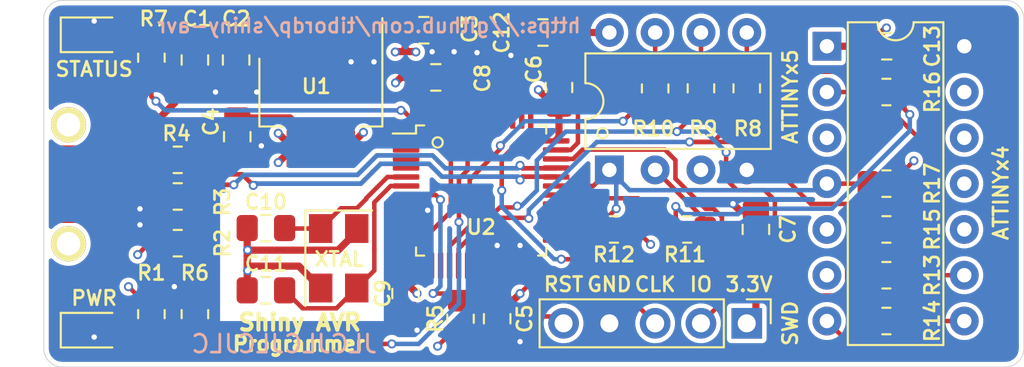
<source format=kicad_pcb>
(kicad_pcb (version 20171130) (host pcbnew "(5.1.8-0-10_14)")
  (title_block (title "Shiny AVR Programmer") (date 2021-01-13) (company "Tibor Djurica Potpara"))
  (layers (0 F.Cu signal) (1 In1.Cu signal) (2 In2.Cu signal) (31 B.Cu signal) (34 B.Paste user hide) (35 F.Paste user) (36 B.SilkS user) (37 F.SilkS user) (38 B.Mask user) (39 F.Mask user) (44 Edge.Cuts user))
  (net 0 "")
  (net 1 GND)
  (net 2 +5V)
  (net 3 +3V3)
  (net 4 USB+)
  (net 5 USB-)
  (net 6 ISP_RESET)
  (net 7 ISP_MOSI)
  (net 8 ISP_MISO)
  (net 9 ISP_CLK)
  (net 10 "Net-(D1-Pad2)")
  (net 11 SWD_CLK)
  (net 12 SWD_IO)
  (net 13 "Net-(R11-Pad2)")
  (net 14 /USB_CONN+)
  (net 15 /USB_CONN-)
  (net 16 SWD_NRST)
  (net 17 "Net-(D2-Pad2)")
  (net 18 EXT_CLOCK)
  (net 19 "Net-(R8-Pad2)")
  (net 20 "Net-(R9-Pad2)")
  (net 21 "Net-(R10-Pad2)")
  (net 22 "Net-(C10-Pad1)")
  (net 23 "Net-(C11-Pad1)")
  (net 24 "Net-(R6-Pad2)")
  (net 25 "Net-(R7-Pad1)")
  (net 26 "Net-(R13-Pad2)")
  (net 27 "Net-(R14-Pad2)")
  (net 28 "Net-(R15-Pad2)")
  (net 29 "Net-(R16-Pad2)")
  (module Package_DIP:DIP-14_W7.62mm (layer F.Cu) (at 173.482 99.06)
    (fp_text reference U4)
    (fp_text value ATtiny85-20PU)
    (pad 14 thru_hole oval (at 7.62 0) (size 1.6 1.6) (drill 0.8) (layers *.Cu *.Mask) (net 1 GND))
    (pad 7 thru_hole oval (at 0 15.24) (size 1.6 1.6) (drill 0.8) (layers *.Cu *.Mask) (net 28 "Net-(R15-Pad2)"))
    (pad 13 thru_hole oval (at 7.62 2.54) (size 1.6 1.6) (drill 0.8) (layers *.Cu *.Mask))
    (pad 6 thru_hole oval (at 0 12.7) (size 1.6 1.6) (drill 0.8) (layers *.Cu *.Mask))
    (pad 12 thru_hole oval (at 7.62 5.08) (size 1.6 1.6) (drill 0.8) (layers *.Cu *.Mask))
    (pad 5 thru_hole oval (at 0 10.16) (size 1.6 1.6) (drill 0.8) (layers *.Cu *.Mask))
    (pad 11 thru_hole oval (at 7.62 7.62) (size 1.6 1.6) (drill 0.8) (layers *.Cu *.Mask))
    (pad 4 thru_hole oval (at 0 7.62) (size 1.6 1.6) (drill 0.8) (layers *.Cu *.Mask) (net 6 ISP_RESET))
    (pad 10 thru_hole oval (at 7.62 10.16) (size 1.6 1.6) (drill 0.8) (layers *.Cu *.Mask))
    (pad 3 thru_hole oval (at 0 5.08) (size 1.6 1.6) (drill 0.8) (layers *.Cu *.Mask))
    (pad 9 thru_hole oval (at 7.62 12.7) (size 1.6 1.6) (drill 0.8) (layers *.Cu *.Mask) (net 26 "Net-(R13-Pad2)"))
    (pad 2 thru_hole oval (at 0 2.54) (size 1.6 1.6) (drill 0.8) (layers *.Cu *.Mask) (net 29 "Net-(R16-Pad2)"))
    (pad 8 thru_hole oval (at 7.62 15.24) (size 1.6 1.6) (drill 0.8) (layers *.Cu *.Mask) (net 27 "Net-(R14-Pad2)"))
    (pad 1 thru_hole rect (at 0 0) (size 1.6 1.6) (drill 0.8) (layers *.Cu *.Mask) (net 3 +3V3))
  )
  (module Resistor_SMD:R_0805_2012Metric_Pad1.20x1.40mm_HandSolder (layer F.Cu) (at 176.784 106.68 180)
    (fp_text reference R17 (at -2.54 0 90) (layer F.SilkS) (effects (font (size 0.8 0.8))))
    (fp_text value 10k)
    (pad 2 smd roundrect (at 1 0 180) (size 1.2 1.4) (layers F.Cu F.Paste F.Mask) (roundrect_rratio 0.208333) (net 6 ISP_RESET))
    (pad 1 smd roundrect (at -1 0 180) (size 1.2 1.4) (layers F.Cu F.Paste F.Mask) (roundrect_rratio 0.208333) (net 3 +3V3))
  )
  (module Resistor_SMD:R_0805_2012Metric_Pad1.20x1.40mm_HandSolder (layer F.Cu) (at 176.784 101.6 180)
    (fp_text reference R16 (at -2.54 0 90) (layer F.SilkS) (effects (font (size 0.8 0.8))))
    (fp_text value 1k)
    (pad 2 smd roundrect (at 1 0 180) (size 1.2 1.4) (layers F.Cu F.Paste F.Mask) (roundrect_rratio 0.208333) (net 29 "Net-(R16-Pad2)"))
    (pad 1 smd roundrect (at -1 0 180) (size 1.2 1.4) (layers F.Cu F.Paste F.Mask) (roundrect_rratio 0.208333) (net 18 EXT_CLOCK))
  )
  (module Resistor_SMD:R_0805_2012Metric_Pad1.20x1.40mm_HandSolder (layer F.Cu) (at 176.784 109.22 180)
    (fp_text reference R15 (at -2.54 0 90) (layer F.SilkS) (effects (font (size 0.8 0.8))))
    (fp_text value 1k)
    (pad 2 smd roundrect (at 1 0 180) (size 1.2 1.4) (layers F.Cu F.Paste F.Mask) (roundrect_rratio 0.208333) (net 28 "Net-(R15-Pad2)"))
    (pad 1 smd roundrect (at -1 0 180) (size 1.2 1.4) (layers F.Cu F.Paste F.Mask) (roundrect_rratio 0.208333) (net 7 ISP_MOSI))
  )
  (module Resistor_SMD:R_0805_2012Metric_Pad1.20x1.40mm_HandSolder (layer F.Cu) (at 176.784 114.3)
    (fp_text reference R14 (at 2.54 0 90) (layer F.SilkS) (effects (font (size 0.8 0.8))))
    (fp_text value 1k)
    (pad 2 smd roundrect (at 1 0) (size 1.2 1.4) (layers F.Cu F.Paste F.Mask) (roundrect_rratio 0.208333) (net 27 "Net-(R14-Pad2)"))
    (pad 1 smd roundrect (at -1 0) (size 1.2 1.4) (layers F.Cu F.Paste F.Mask) (roundrect_rratio 0.208333) (net 8 ISP_MISO))
  )
  (module Resistor_SMD:R_0805_2012Metric_Pad1.20x1.40mm_HandSolder (layer F.Cu) (at 176.784 111.76)
    (fp_text reference R13 (at 2.54 0 90) (layer F.SilkS) (effects (font (size 0.8 0.8))))
    (fp_text value 1k)
    (pad 2 smd roundrect (at 1 0) (size 1.2 1.4) (layers F.Cu F.Paste F.Mask) (roundrect_rratio 0.208333) (net 26 "Net-(R13-Pad2)"))
    (pad 1 smd roundrect (at -1 0) (size 1.2 1.4) (layers F.Cu F.Paste F.Mask) (roundrect_rratio 0.208333) (net 9 ISP_CLK))
  )
  (module Capacitor_SMD:C_0805_2012Metric_Pad1.18x1.45mm_HandSolder (layer F.Cu) (at 176.8055 99.06 180)
    (fp_text reference C13 (at -2.5185 0 90) (layer F.SilkS) (effects (font (size 0.8 0.8))))
    (fp_text value 100n)
    (pad 2 smd roundrect (at 1.0375 0 180) (size 1.175 1.45) (layers F.Cu F.Paste F.Mask) (roundrect_rratio 0.212766) (net 3 +3V3))
    (pad 1 smd roundrect (at -1.0375 0 180) (size 1.175 1.45) (layers F.Cu F.Paste F.Mask) (roundrect_rratio 0.212766) (net 1 GND))
  )
  (module Resistor_SMD:R_0805_2012Metric_Pad1.20x1.40mm_HandSolder (layer F.Cu) (at 138.43 113.919 270)
    (fp_text reference R6 (at -2.286 0 180) (layer F.SilkS) (effects (font (size 0.8 0.8))))
    (fp_text value 10k)
    (pad 2 smd roundrect (at 1 0 270) (size 1.2 1.4) (layers F.Cu F.Paste F.Mask) (roundrect_rratio 0.2083325) (net 24 "Net-(R6-Pad2)"))
    (pad 1 smd roundrect (at -1 0 270) (size 1.2 1.4) (layers F.Cu F.Paste F.Mask) (roundrect_rratio 0.2083325) (net 1 GND))
  )
  (module Package_TO_SOT_SMD:SOT-223-3_TabPin2 (layer F.Cu) (at 145.415 101.6 270)
    (fp_text reference U1 (at -0.3175 0.254 180) (layer F.SilkS) (effects (font (size 0.8 0.8))))
    (fp_text value AMS1117-3.3)
    (pad 1 smd rect (at -3.15 -2.3 270) (size 2 1.5) (layers F.Cu F.Paste F.Mask) (net 1 GND))
    (pad 3 smd rect (at -3.15 2.3 270) (size 2 1.5) (layers F.Cu F.Paste F.Mask) (net 2 +5V))
    (pad 2 smd rect (at -3.15 0 270) (size 2 1.5) (layers F.Cu F.Paste F.Mask) (net 3 +3V3))
    (pad 2 smd rect (at 3.15 0 270) (size 2 3.8) (layers F.Cu F.Paste F.Mask) (net 3 +3V3))
  )
  (module Crystal:Crystal_SMD_5032-4Pin_5.0x3.2mm (layer F.Cu) (at 146.4056 110.8202 270)
    (fp_text reference Y1)
    (fp_text value "8 MHz")
    (pad 4 smd rect (at -1.65 -1 270) (size 1.6 1.3) (layers F.Cu F.Paste F.Mask) (net 1 GND))
    (pad 3 smd rect (at 1.65 -1 270) (size 1.6 1.3) (layers F.Cu F.Paste F.Mask) (net 23 "Net-(C11-Pad1)"))
    (pad 2 smd rect (at 1.65 1 270) (size 1.6 1.3) (layers F.Cu F.Paste F.Mask) (net 1 GND))
    (pad 1 smd rect (at -1.65 1 270) (size 1.6 1.3) (layers F.Cu F.Paste F.Mask) (net 22 "Net-(C10-Pad1)"))
  )
  (module 10118193-0001LF:101181930001LF (layer F.Cu) (at 131.4946 106.7116 270)
    (fp_text reference J1)
    (fp_text value USB_B_Micro)
    (pad MP4 smd rect (at 3.2 -2.375) (size 1.4 1.6) (layers F.Cu F.Paste F.Mask))
    (pad MP3 smd rect (at 1.2 0.075) (size 1.6 1.9) (layers F.Cu F.Paste F.Mask))
    (pad MP2 smd rect (at -1.2 0.075) (size 1.6 1.9) (layers F.Cu F.Paste F.Mask))
    (pad MP1 smd rect (at -3.2 -2.375) (size 1.4 1.6) (layers F.Cu F.Paste F.Mask))
    (pad MH2 thru_hole circle (at 3.3 0.075) (size 1.95 1.95) (drill 1.3) (layers *.Cu *.Mask F.SilkS))
    (pad MH1 thru_hole circle (at -3.3 0.075) (size 1.95 1.95) (drill 1.3) (layers *.Cu *.Mask F.SilkS))
    (pad 5 smd rect (at 1.3 -2.6 270) (size 0.4 1.35) (layers F.Cu F.Paste F.Mask) (net 1 GND))
    (pad 4 smd rect (at 0.65 -2.6 270) (size 0.4 1.35) (layers F.Cu F.Paste F.Mask))
    (pad 3 smd rect (at 0 -2.6 270) (size 0.4 1.35) (layers F.Cu F.Paste F.Mask) (net 14 /USB_CONN+))
    (pad 2 smd rect (at -0.65 -2.6 270) (size 0.4 1.35) (layers F.Cu F.Paste F.Mask) (net 15 /USB_CONN-))
    (pad 1 smd rect (at -1.3 -2.6 270) (size 0.4 1.35) (layers F.Cu F.Paste F.Mask) (net 2 +5V))
  )
  (module Connector_PinHeader_2.54mm:PinHeader_1x05_P2.54mm_Vertical (layer F.Cu) (at 169.037 114.427 270)
    (fp_text reference J2 hide)
    (fp_text value SWD)
    (pad 1 thru_hole rect (at 0 0 270) (size 1.7 1.7) (drill 1) (layers *.Cu *.Mask) (net 3 +3V3))
    (pad 2 thru_hole oval (at 0 2.54 270) (size 1.7 1.7) (drill 1) (layers *.Cu *.Mask) (net 12 SWD_IO))
    (pad 3 thru_hole oval (at 0 5.08 270) (size 1.7 1.7) (drill 1) (layers *.Cu *.Mask) (net 11 SWD_CLK))
    (pad 4 thru_hole oval (at 0 7.62 270) (size 1.7 1.7) (drill 1) (layers *.Cu *.Mask) (net 1 GND))
    (pad 5 thru_hole oval (at 0 10.16 270) (size 1.7 1.7) (drill 1) (layers *.Cu *.Mask) (net 16 SWD_NRST))
  )
  (module Resistor_SMD:R_0805_2012Metric_Pad1.20x1.40mm_HandSolder (layer F.Cu) (at 165.735 109.22)
    (fp_text reference R11 (at -0.127 1.397) (layer F.SilkS) (effects (font (size 0.8 0.8))))
    (fp_text value 1k)
    (pad 2 smd roundrect (at 1 0) (size 1.2 1.4) (layers F.Cu F.Paste F.Mask) (roundrect_rratio 0.2083325) (net 13 "Net-(R11-Pad2)"))
    (pad 1 smd roundrect (at -1 0) (size 1.2 1.4) (layers F.Cu F.Paste F.Mask) (roundrect_rratio 0.2083325) (net 18 EXT_CLOCK))
  )
  (module Package_DIP:DIP-8_W7.62mm (layer F.Cu) (at 161.417 105.918 90)
    (fp_text reference U3)
    (fp_text value ATtiny85-20PU)
    (pad 8 thru_hole oval (at 7.62 0 90) (size 1.6 1.6) (drill 0.8) (layers *.Cu *.Mask) (net 3 +3V3))
    (pad 4 thru_hole oval (at 0 7.62 90) (size 1.6 1.6) (drill 0.8) (layers *.Cu *.Mask) (net 1 GND))
    (pad 7 thru_hole oval (at 7.62 2.54 90) (size 1.6 1.6) (drill 0.8) (layers *.Cu *.Mask) (net 21 "Net-(R10-Pad2)"))
    (pad 3 thru_hole oval (at 0 5.08 90) (size 1.6 1.6) (drill 0.8) (layers *.Cu *.Mask))
    (pad 6 thru_hole oval (at 7.62 5.08 90) (size 1.6 1.6) (drill 0.8) (layers *.Cu *.Mask) (net 20 "Net-(R9-Pad2)"))
    (pad 2 thru_hole oval (at 0 2.54 90) (size 1.6 1.6) (drill 0.8) (layers *.Cu *.Mask) (net 13 "Net-(R11-Pad2)"))
    (pad 5 thru_hole oval (at 7.62 7.62 90) (size 1.6 1.6) (drill 0.8) (layers *.Cu *.Mask) (net 19 "Net-(R8-Pad2)"))
    (pad 1 thru_hole rect (at 0 0 90) (size 1.6 1.6) (drill 0.8) (layers *.Cu *.Mask) (net 6 ISP_RESET))
  )
  (module Resistor_SMD:R_0805_2012Metric_Pad1.20x1.40mm_HandSolder (layer F.Cu) (at 136.017 113.919 270)
    (fp_text reference R1 (at -2.286 0 180) (layer F.SilkS) (effects (font (size 0.8 0.8))))
    (fp_text value 1k)
    (pad 2 smd roundrect (at 1 0 270) (size 1.2 1.4) (layers F.Cu F.Paste F.Mask) (roundrect_rratio 0.2083325) (net 10 "Net-(D1-Pad2)"))
    (pad 1 smd roundrect (at -1 0 270) (size 1.2 1.4) (layers F.Cu F.Paste F.Mask) (roundrect_rratio 0.2083325) (net 3 +3V3))
  )
  (module Resistor_SMD:R_0805_2012Metric_Pad1.20x1.40mm_HandSolder (layer F.Cu) (at 166.497 101.3935 90)
    (fp_text reference R9 (at -2.2385 0.127 180) (layer F.SilkS) (effects (font (size 0.8 0.8))))
    (fp_text value 1k)
    (pad 2 smd roundrect (at 1 0 90) (size 1.2 1.4) (layers F.Cu F.Paste F.Mask) (roundrect_rratio 0.2083325) (net 20 "Net-(R9-Pad2)"))
    (pad 1 smd roundrect (at -1 0 90) (size 1.2 1.4) (layers F.Cu F.Paste F.Mask) (roundrect_rratio 0.2083325) (net 8 ISP_MISO))
  )
  (module Resistor_SMD:R_0805_2012Metric_Pad1.20x1.40mm_HandSolder (layer F.Cu) (at 163.957 101.4 90)
    (fp_text reference R10 (at -2.232 -0.1) (layer F.SilkS) (effects (font (size 0.8 0.8))))
    (fp_text value 1k)
    (pad 2 smd roundrect (at 1 0 90) (size 1.2 1.4) (layers F.Cu F.Paste F.Mask) (roundrect_rratio 0.2083325) (net 21 "Net-(R10-Pad2)"))
    (pad 1 smd roundrect (at -1 0 90) (size 1.2 1.4) (layers F.Cu F.Paste F.Mask) (roundrect_rratio 0.2083325) (net 9 ISP_CLK))
  )
  (module Resistor_SMD:R_0805_2012Metric_Pad1.20x1.40mm_HandSolder (layer F.Cu) (at 169.037 101.3935 90)
    (fp_text reference R8 (at -2.2385 0.0635) (layer F.SilkS) (effects (font (size 0.8 0.8))))
    (fp_text value 1k)
    (pad 2 smd roundrect (at 1 0 90) (size 1.2 1.4) (layers F.Cu F.Paste F.Mask) (roundrect_rratio 0.2083325) (net 19 "Net-(R8-Pad2)"))
    (pad 1 smd roundrect (at -1 0 90) (size 1.2 1.4) (layers F.Cu F.Paste F.Mask) (roundrect_rratio 0.2083325) (net 7 ISP_MOSI))
  )
  (module Package_QFP:LQFP-48_7x7mm_P0.5mm (layer F.Cu) (at 154.305 107.061)
    (fp_text reference U2 (at 0 2.032) (layer F.SilkS) (effects (font (size 0.8 0.8))))
    (fp_text value STM32F103C6Tx)
    (pad 48 smd roundrect (at -2.75 -4.1625) (size 0.3 1.475) (layers F.Cu F.Paste F.Mask) (net 3 +3V3))
    (pad 47 smd roundrect (at -2.25 -4.1625) (size 0.3 1.475) (layers F.Cu F.Paste F.Mask) (net 1 GND))
    (pad 46 smd roundrect (at -1.75 -4.1625) (size 0.3 1.475) (layers F.Cu F.Paste F.Mask))
    (pad 45 smd roundrect (at -1.25 -4.1625) (size 0.3 1.475) (layers F.Cu F.Paste F.Mask))
    (pad 44 smd roundrect (at -0.75 -4.1625) (size 0.3 1.475) (layers F.Cu F.Paste F.Mask) (net 24 "Net-(R6-Pad2)"))
    (pad 43 smd roundrect (at -0.25 -4.1625) (size 0.3 1.475) (layers F.Cu F.Paste F.Mask))
    (pad 42 smd roundrect (at 0.25 -4.1625) (size 0.3 1.475) (layers F.Cu F.Paste F.Mask))
    (pad 41 smd roundrect (at 0.75 -4.1625) (size 0.3 1.475) (layers F.Cu F.Paste F.Mask))
    (pad 40 smd roundrect (at 1.25 -4.1625) (size 0.3 1.475) (layers F.Cu F.Paste F.Mask))
    (pad 39 smd roundrect (at 1.75 -4.1625) (size 0.3 1.475) (layers F.Cu F.Paste F.Mask))
    (pad 38 smd roundrect (at 2.25 -4.1625) (size 0.3 1.475) (layers F.Cu F.Paste F.Mask))
    (pad 37 smd roundrect (at 2.75 -4.1625) (size 0.3 1.475) (layers F.Cu F.Paste F.Mask) (net 11 SWD_CLK))
    (pad 36 smd roundrect (at 4.1625 -2.75) (size 1.475 0.3) (layers F.Cu F.Paste F.Mask) (net 3 +3V3))
    (pad 35 smd roundrect (at 4.1625 -2.25) (size 1.475 0.3) (layers F.Cu F.Paste F.Mask) (net 1 GND))
    (pad 34 smd roundrect (at 4.1625 -1.75) (size 1.475 0.3) (layers F.Cu F.Paste F.Mask) (net 12 SWD_IO))
    (pad 33 smd roundrect (at 4.1625 -1.25) (size 1.475 0.3) (layers F.Cu F.Paste F.Mask) (net 4 USB+))
    (pad 32 smd roundrect (at 4.1625 -0.75) (size 1.475 0.3) (layers F.Cu F.Paste F.Mask) (net 5 USB-))
    (pad 31 smd roundrect (at 4.1625 -0.25) (size 1.475 0.3) (layers F.Cu F.Paste F.Mask) (net 6 ISP_RESET))
    (pad 30 smd roundrect (at 4.1625 0.25) (size 1.475 0.3) (layers F.Cu F.Paste F.Mask))
    (pad 29 smd roundrect (at 4.1625 0.75) (size 1.475 0.3) (layers F.Cu F.Paste F.Mask) (net 18 EXT_CLOCK))
    (pad 28 smd roundrect (at 4.1625 1.25) (size 1.475 0.3) (layers F.Cu F.Paste F.Mask))
    (pad 27 smd roundrect (at 4.1625 1.75) (size 1.475 0.3) (layers F.Cu F.Paste F.Mask))
    (pad 26 smd roundrect (at 4.1625 2.25) (size 1.475 0.3) (layers F.Cu F.Paste F.Mask))
    (pad 25 smd roundrect (at 4.1625 2.75) (size 1.475 0.3) (layers F.Cu F.Paste F.Mask))
    (pad 24 smd roundrect (at 2.75 4.1625) (size 0.3 1.475) (layers F.Cu F.Paste F.Mask) (net 3 +3V3))
    (pad 23 smd roundrect (at 2.25 4.1625) (size 0.3 1.475) (layers F.Cu F.Paste F.Mask) (net 1 GND))
    (pad 22 smd roundrect (at 1.75 4.1625) (size 0.3 1.475) (layers F.Cu F.Paste F.Mask))
    (pad 21 smd roundrect (at 1.25 4.1625) (size 0.3 1.475) (layers F.Cu F.Paste F.Mask))
    (pad 20 smd roundrect (at 0.75 4.1625) (size 0.3 1.475) (layers F.Cu F.Paste F.Mask) (net 1 GND))
    (pad 19 smd roundrect (at 0.25 4.1625) (size 0.3 1.475) (layers F.Cu F.Paste F.Mask))
    (pad 18 smd roundrect (at -0.25 4.1625) (size 0.3 1.475) (layers F.Cu F.Paste F.Mask))
    (pad 17 smd roundrect (at -0.75 4.1625) (size 0.3 1.475) (layers F.Cu F.Paste F.Mask) (net 7 ISP_MOSI))
    (pad 16 smd roundrect (at -1.25 4.1625) (size 0.3 1.475) (layers F.Cu F.Paste F.Mask) (net 8 ISP_MISO))
    (pad 15 smd roundrect (at -1.75 4.1625) (size 0.3 1.475) (layers F.Cu F.Paste F.Mask) (net 9 ISP_CLK))
    (pad 14 smd roundrect (at -2.25 4.1625) (size 0.3 1.475) (layers F.Cu F.Paste F.Mask))
    (pad 13 smd roundrect (at -2.75 4.1625) (size 0.3 1.475) (layers F.Cu F.Paste F.Mask))
    (pad 12 smd roundrect (at -4.1625 2.75) (size 1.475 0.3) (layers F.Cu F.Paste F.Mask))
    (pad 11 smd roundrect (at -4.1625 2.25) (size 1.475 0.3) (layers F.Cu F.Paste F.Mask) (net 25 "Net-(R7-Pad1)"))
    (pad 10 smd roundrect (at -4.1625 1.75) (size 1.475 0.3) (layers F.Cu F.Paste F.Mask))
    (pad 9 smd roundrect (at -4.1625 1.25) (size 1.475 0.3) (layers F.Cu F.Paste F.Mask) (net 3 +3V3))
    (pad 8 smd roundrect (at -4.1625 0.75) (size 1.475 0.3) (layers F.Cu F.Paste F.Mask) (net 1 GND))
    (pad 7 smd roundrect (at -4.1625 0.25) (size 1.475 0.3) (layers F.Cu F.Paste F.Mask) (net 16 SWD_NRST))
    (pad 6 smd roundrect (at -4.1625 -0.25) (size 1.475 0.3) (layers F.Cu F.Paste F.Mask) (net 23 "Net-(C11-Pad1)"))
    (pad 5 smd roundrect (at -4.1625 -0.75) (size 1.475 0.3) (layers F.Cu F.Paste F.Mask) (net 22 "Net-(C10-Pad1)"))
    (pad 4 smd roundrect (at -4.1625 -1.25) (size 1.475 0.3) (layers F.Cu F.Paste F.Mask))
    (pad 3 smd roundrect (at -4.1625 -1.75) (size 1.475 0.3) (layers F.Cu F.Paste F.Mask))
    (pad 2 smd roundrect (at -4.1625 -2.25) (size 1.475 0.3) (layers F.Cu F.Paste F.Mask))
    (pad 1 smd roundrect (at -4.1625 -2.75) (size 1.475 0.3) (layers F.Cu F.Paste F.Mask))
  )
  (module Capacitor_SMD:C_0805_2012Metric_Pad1.18x1.45mm_HandSolder (layer F.Cu) (at 138.43 99.822 270)
    (fp_text reference C1 (at -2.286 -0.127 180) (layer F.SilkS) (effects (font (size 0.8 0.8))))
    (fp_text value 4.7u)
    (pad 2 smd roundrect (at 1.0375 0 270) (size 1.175 1.45) (layers F.Cu F.Paste F.Mask) (roundrect_rratio 0.2127659574468085) (net 1 GND))
    (pad 1 smd roundrect (at -1.0375 0 270) (size 1.175 1.45) (layers F.Cu F.Paste F.Mask) (roundrect_rratio 0.2127659574468085) (net 2 +5V))
  )
  (module Resistor_SMD:R_0805_2012Metric_Pad1.20x1.40mm_HandSolder (layer F.Cu) (at 137.4775 107.3912)
    (fp_text reference R3 (at 2.4765 0.3048 270) (layer F.SilkS) (effects (font (size 0.8 0.8))))
    (fp_text value 20R)
    (pad 2 smd roundrect (at 1 0) (size 1.2 1.4) (layers F.Cu F.Paste F.Mask) (roundrect_rratio 0.2083325) (net 4 USB+))
    (pad 1 smd roundrect (at -1 0) (size 1.2 1.4) (layers F.Cu F.Paste F.Mask) (roundrect_rratio 0.2083325) (net 14 /USB_CONN+))
  )
  (module Resistor_SMD:R_0805_2012Metric_Pad1.20x1.40mm_HandSolder (layer F.Cu) (at 137.4775 105.3592)
    (fp_text reference R4 (at -0.0635 -1.4605) (layer F.SilkS) (effects (font (size 0.8 0.8))))
    (fp_text value 20R)
    (pad 2 smd roundrect (at 1 0) (size 1.2 1.4) (layers F.Cu F.Paste F.Mask) (roundrect_rratio 0.2083325) (net 5 USB-))
    (pad 1 smd roundrect (at -1 0) (size 1.2 1.4) (layers F.Cu F.Paste F.Mask) (roundrect_rratio 0.2083325) (net 15 /USB_CONN-))
  )
  (module Capacitor_SMD:C_0805_2012Metric_Pad1.18x1.45mm_HandSolder (layer F.Cu) (at 140.7795 104.0765 270)
    (fp_text reference C4 (at -0.8255 1.4605 90) (layer F.SilkS) (effects (font (size 0.8 0.8))))
    (fp_text value 4.7u)
    (pad 2 smd roundrect (at 1.0375 0 270) (size 1.175 1.45) (layers F.Cu F.Paste F.Mask) (roundrect_rratio 0.2127659574468085) (net 1 GND))
    (pad 1 smd roundrect (at -1.0375 0 270) (size 1.175 1.45) (layers F.Cu F.Paste F.Mask) (roundrect_rratio 0.2127659574468085) (net 3 +3V3))
  )
  (module Resistor_SMD:R_0805_2012Metric_Pad1.20x1.40mm_HandSolder (layer F.Cu) (at 136.017 99.695 90)
    (fp_text reference R7 (at 2.159 0.127 180) (layer F.SilkS) (effects (font (size 0.8 0.8))))
    (fp_text value 1k)
    (pad 2 smd roundrect (at 1 0 90) (size 1.2 1.4) (layers F.Cu F.Paste F.Mask) (roundrect_rratio 0.2083325) (net 17 "Net-(D2-Pad2)"))
    (pad 1 smd roundrect (at -1 0 90) (size 1.2 1.4) (layers F.Cu F.Paste F.Mask) (roundrect_rratio 0.2083325) (net 25 "Net-(R7-Pad1)"))
  )
  (module LED_SMD:LED_0805_2012Metric_Pad1.15x1.40mm_HandSolder (layer F.Cu) (at 132.851 114.808)
    (fp_text reference D1)
    (fp_text value PWR)
    (pad 2 smd roundrect (at 1.025 0) (size 1.15 1.4) (layers F.Cu F.Paste F.Mask) (roundrect_rratio 0.2173904347826087) (net 10 "Net-(D1-Pad2)"))
    (pad 1 smd roundrect (at -1.025 0) (size 1.15 1.4) (layers F.Cu F.Paste F.Mask) (roundrect_rratio 0.2173904347826087) (net 1 GND))
  )
  (module LED_SMD:LED_0805_2012Metric_Pad1.15x1.40mm_HandSolder (layer F.Cu) (at 132.851 98.425)
    (fp_text reference D2)
    (fp_text value STATUS)
    (pad 2 smd roundrect (at 1.025 0) (size 1.15 1.4) (layers F.Cu F.Paste F.Mask) (roundrect_rratio 0.2173904347826087) (net 17 "Net-(D2-Pad2)"))
    (pad 1 smd roundrect (at -1.025 0) (size 1.15 1.4) (layers F.Cu F.Paste F.Mask) (roundrect_rratio 0.2173904347826087) (net 1 GND))
  )
  (module Capacitor_SMD:C_0805_2012Metric_Pad1.18x1.45mm_HandSolder (layer F.Cu) (at 158.623 101.346 270)
    (fp_text reference C6 (at -1.016 1.397 270) (layer F.SilkS) (effects (font (size 0.8 0.8))))
    (fp_text value 100n)
    (pad 2 smd roundrect (at 1.0375 0 270) (size 1.175 1.45) (layers F.Cu F.Paste F.Mask) (roundrect_rratio 0.2127659574468085) (net 3 +3V3))
    (pad 1 smd roundrect (at -1.0375 0 270) (size 1.175 1.45) (layers F.Cu F.Paste F.Mask) (roundrect_rratio 0.2127659574468085) (net 1 GND))
  )
  (module Resistor_SMD:R_0805_2012Metric_Pad1.20x1.40mm_HandSolder (layer F.Cu) (at 161.671 109.22 180)
    (fp_text reference R12 (at 0 -1.397 180) (layer F.SilkS) (effects (font (size 0.8 0.8))))
    (fp_text value 10k)
    (pad 2 smd roundrect (at 1 0 180) (size 1.2 1.4) (layers F.Cu F.Paste F.Mask) (roundrect_rratio 0.2083325) (net 6 ISP_RESET))
    (pad 1 smd roundrect (at -1 0 180) (size 1.2 1.4) (layers F.Cu F.Paste F.Mask) (roundrect_rratio 0.2083325) (net 3 +3V3))
  )
  (module Capacitor_SMD:C_0805_2012Metric_Pad1.18x1.45mm_HandSolder (layer F.Cu) (at 157.734 98.298)
    (fp_text reference C12 (at -2.286 0 270) (layer F.SilkS) (effects (font (size 0.8 0.8))))
    (fp_text value 100n)
    (pad 2 smd roundrect (at 1.0375 0) (size 1.175 1.45) (layers F.Cu F.Paste F.Mask) (roundrect_rratio 0.2127659574468085) (net 3 +3V3))
    (pad 1 smd roundrect (at -1.0375 0) (size 1.175 1.45) (layers F.Cu F.Paste F.Mask) (roundrect_rratio 0.2127659574468085) (net 1 GND))
  )
  (module Resistor_SMD:R_0805_2012Metric_Pad1.20x1.40mm_HandSolder (layer F.Cu) (at 137.4775 109.982)
    (fp_text reference R2 (at 2.4765 0 270) (layer F.SilkS) (effects (font (size 0.8 0.8))))
    (fp_text value 1.5k)
    (pad 2 smd roundrect (at 1 0) (size 1.2 1.4) (layers F.Cu F.Paste F.Mask) (roundrect_rratio 0.2083325) (net 4 USB+))
    (pad 1 smd roundrect (at -1 0) (size 1.2 1.4) (layers F.Cu F.Paste F.Mask) (roundrect_rratio 0.2083325) (net 3 +3V3))
  )
  (module Resistor_SMD:R_0805_2012Metric_Pad1.20x1.40mm_HandSolder (layer F.Cu) (at 153.162 114.173 90)
    (fp_text reference R5 (at 0 -1.397 90) (layer F.SilkS) (effects (font (size 0.8 0.8))))
    (fp_text value 10k)
    (pad 2 smd roundrect (at 1 0 90) (size 1.2 1.4) (layers F.Cu F.Paste F.Mask) (roundrect_rratio 0.2083325) (net 16 SWD_NRST))
    (pad 1 smd roundrect (at -1 0 90) (size 1.2 1.4) (layers F.Cu F.Paste F.Mask) (roundrect_rratio 0.2083325) (net 3 +3V3))
  )
  (module Capacitor_SMD:C_0805_2012Metric_Pad1.18x1.45mm_HandSolder (layer F.Cu) (at 169.545 109.22 90)
    (fp_text reference C7 (at 0 1.778 270) (layer F.SilkS) (effects (font (size 0.8 0.8))))
    (fp_text value 100n)
    (pad 2 smd roundrect (at 1.0375 0 90) (size 1.175 1.45) (layers F.Cu F.Paste F.Mask) (roundrect_rratio 0.2127659574468085) (net 1 GND))
    (pad 1 smd roundrect (at -1.0375 0 90) (size 1.175 1.45) (layers F.Cu F.Paste F.Mask) (roundrect_rratio 0.2127659574468085) (net 3 +3V3))
  )
  (module Capacitor_SMD:C_0805_2012Metric_Pad1.18x1.45mm_HandSolder (layer F.Cu) (at 151.13 98.171)
    (fp_text reference C3 (at 2.54 -0.0762 90) (layer F.SilkS) (effects (font (size 0.8 0.8))))
    (fp_text value 100n)
    (pad 2 smd roundrect (at 1.0375 0) (size 1.175 1.45) (layers F.Cu F.Paste F.Mask) (roundrect_rratio 0.2127659574468085) (net 1 GND))
    (pad 1 smd roundrect (at -1.0375 0) (size 1.175 1.45) (layers F.Cu F.Paste F.Mask) (roundrect_rratio 0.2127659574468085) (net 3 +3V3))
  )
  (module Capacitor_SMD:C_0805_2012Metric_Pad1.18x1.45mm_HandSolder (layer F.Cu) (at 140.716 99.822 270)
    (fp_text reference C2 (at -2.286 0 180) (layer F.SilkS) (effects (font (size 0.8 0.8))))
    (fp_text value 100n)
    (pad 2 smd roundrect (at 1.0375 0 270) (size 1.175 1.45) (layers F.Cu F.Paste F.Mask) (roundrect_rratio 0.2127659574468085) (net 1 GND))
    (pad 1 smd roundrect (at -1.0375 0 270) (size 1.175 1.45) (layers F.Cu F.Paste F.Mask) (roundrect_rratio 0.2127659574468085) (net 2 +5V))
  )
  (module Capacitor_SMD:C_0805_2012Metric_Pad1.18x1.45mm_HandSolder (layer F.Cu) (at 150.114 112.776 90)
    (fp_text reference C9 (at 0 -1.27 270) (layer F.SilkS) (effects (font (size 0.8 0.8))))
    (fp_text value 100n)
    (pad 2 smd roundrect (at 1.0375 0 90) (size 1.175 1.45) (layers F.Cu F.Paste F.Mask) (roundrect_rratio 0.2127659574468085) (net 3 +3V3))
    (pad 1 smd roundrect (at -1.0375 0 90) (size 1.175 1.45) (layers F.Cu F.Paste F.Mask) (roundrect_rratio 0.2127659574468085) (net 1 GND))
  )
  (module Capacitor_SMD:C_0805_2012Metric_Pad1.18x1.45mm_HandSolder (layer F.Cu) (at 151.7904 100.7872 180)
    (fp_text reference C8 (at -2.5908 -0.0508 90) (layer F.SilkS) (effects (font (size 0.8 0.8))))
    (fp_text value 100n)
    (pad 2 smd roundrect (at 1.0375 0 180) (size 1.175 1.45) (layers F.Cu F.Paste F.Mask) (roundrect_rratio 0.2127659574468085) (net 3 +3V3))
    (pad 1 smd roundrect (at -1.0375 0 180) (size 1.175 1.45) (layers F.Cu F.Paste F.Mask) (roundrect_rratio 0.2127659574468085) (net 1 GND))
  )
  (module Capacitor_SMD:C_0805_2012Metric_Pad1.18x1.45mm_HandSolder (layer F.Cu) (at 155.194 114.173 90)
    (fp_text reference C5 (at 0 1.524 90) (layer F.SilkS) (effects (font (size 0.8 0.8))))
    (fp_text value 100n)
    (pad 2 smd roundrect (at 1.0375 0 90) (size 1.175 1.45) (layers F.Cu F.Paste F.Mask) (roundrect_rratio 0.2127659574468085) (net 3 +3V3))
    (pad 1 smd roundrect (at -1.0375 0 90) (size 1.175 1.45) (layers F.Cu F.Paste F.Mask) (roundrect_rratio 0.2127659574468085) (net 1 GND))
  )
  (module Capacitor_SMD:C_0805_2012Metric_Pad1.18x1.45mm_HandSolder (layer F.Cu) (at 142.367 112.5982 180)
    (fp_text reference C11 (at 0 1.4732) (layer F.SilkS) (effects (font (size 0.8 0.8))))
    (fp_text value 20p)
    (pad 2 smd roundrect (at 1.0375 0 180) (size 1.175 1.45) (layers F.Cu F.Paste F.Mask) (roundrect_rratio 0.2127659574468085) (net 1 GND))
    (pad 1 smd roundrect (at -1.0375 0 180) (size 1.175 1.45) (layers F.Cu F.Paste F.Mask) (roundrect_rratio 0.2127659574468085) (net 23 "Net-(C11-Pad1)"))
  )
  (module Capacitor_SMD:C_0805_2012Metric_Pad1.18x1.45mm_HandSolder (layer F.Cu) (at 142.367 109.1438 180)
    (fp_text reference C10 (at 0 1.4478) (layer F.SilkS) (effects (font (size 0.8 0.8))))
    (fp_text value 20p)
    (pad 2 smd roundrect (at 1.0375 0 180) (size 1.175 1.45) (layers F.Cu F.Paste F.Mask) (roundrect_rratio 0.2127659574468085) (net 1 GND))
    (pad 1 smd roundrect (at -1.0375 0 180) (size 1.175 1.45) (layers F.Cu F.Paste F.Mask) (roundrect_rratio 0.2127659574468085) (net 22 "Net-(C10-Pad1)"))
  )
  (gr_text ATTINYx5 (at 171.45 101.854 90) (layer F.SilkS) (effects (font (size 0.8 0.8))))
  (gr_text ATTINYx4 (at 183.134 107.188 90) (layer F.SilkS) (effects (font (size 0.8 0.8))))
  (gr_text Programmer (at 144.1958 115.57) (layer F.SilkS) (effects (font (size 0.8 0.8) (thickness 0.2))))
  (gr_text https://github.com/tibordp/shiny-avr (at 148.082 97.917) (layer B.SilkS) (effects (font (size 0.8 0.8)) (justify mirror)))
  (gr_text RST (at 158.877 112.268) (layer F.SilkS) (effects (font (size 0.8 0.8))))
  (gr_text XTAL (at 146.431 110.871) (layer F.SilkS) (effects (font (size 0.8 0.8))))
  (gr_text "Shiny AVR" (at 144.2466 114.3762) (layer F.SilkS) (effects (font (size 0.9 0.9) (thickness 0.225))))
  (gr_text STATUS (at 132.842 100.33) (layer F.SilkS) (effects (font (size 0.8 0.8))))
  (gr_text PWR (at 132.842 113.03) (layer F.SilkS) (effects (font (size 0.8 0.8))))
  (gr_text SWD (at 171.45 114.427 90) (layer F.SilkS) (effects (font (size 0.8 0.8))))
  (gr_text JLCJLCJLCJLC (at 143.383 115.57) (layer B.SilkS) (effects (font (size 1 1)) (justify mirror)))
  (gr_circle (center 161.036 103.886) (end 161.29 104.013) (layer F.SilkS) (width 0.12))
  (gr_circle (center 151.892 104.394) (end 152.146 104.521) (layer F.SilkS) (width 0.12))
  (gr_text 3.3V (at 169.164 112.268) (layer F.SilkS) (effects (font (size 0.8 0.8))))
  (gr_text IO (at 166.497 112.268) (layer F.SilkS) (effects (font (size 0.8 0.8))))
  (gr_text CLK (at 163.957 112.268) (layer F.SilkS) (effects (font (size 0.8 0.8))))
  (gr_text GND (at 161.417 112.268) (layer F.SilkS) (effects (font (size 0.8 0.8))))
  (gr_line (start 183.388 96.52) (end 131.064 96.52) (layer Edge.Cuts) (width 0.05))
  (gr_line (start 183.388 116.84) (end 131.064 116.84) (layer Edge.Cuts) (width 0.05))
  (gr_arc (start 183.388 97.536) (end 184.404 97.536) (angle -90) (layer Edge.Cuts) (width 0.05))
  (gr_line (start 184.404 115.824) (end 184.404 97.536) (layer Edge.Cuts) (width 0.05))
  (gr_arc (start 183.388 115.824) (end 183.388 116.84) (angle -90) (layer Edge.Cuts) (width 0.05))
  (gr_arc (start 131.064 115.824) (end 130.048 115.824) (angle -90) (layer Edge.Cuts) (width 0.05))
  (gr_line (start 130.048 97.536) (end 130.048 115.824) (layer Edge.Cuts) (width 0.05))
  (gr_arc (start 131.064 97.536) (end 131.064 96.52) (angle -90) (layer Edge.Cuts) (width 0.05))
  (via (at 141.859 101.6) (size 0.5) (drill 0.3) (layers F.Cu B.Cu) (net 1))
  (segment (start 141.2455 100.9865) (end 141.859 101.6) (width 0.4) (layer F.Cu) (net 1))
  (segment (start 140.589 100.9865) (end 141.2455 100.9865) (width 0.4) (layer F.Cu) (net 1))
  (via (at 139.573 101.6) (size 0.5) (drill 0.3) (layers F.Cu B.Cu) (net 1))
  (segment (start 138.9595 100.9865) (end 139.573 101.6) (width 0.4) (layer F.Cu) (net 1))
  (segment (start 138.43 100.9865) (end 138.9595 100.9865) (width 0.4) (layer F.Cu) (net 1))
  (via (at 150.749 114.808) (size 0.5) (drill 0.3) (layers F.Cu B.Cu) (net 1))
  (via (at 156.464 110.109) (size 0.5) (drill 0.3) (layers F.Cu B.Cu) (net 1))
  (segment (start 156.555 110.2) (end 156.464 110.109) (width 0.25) (layer F.Cu) (net 1))
  (segment (start 156.555 111.2235) (end 156.555 110.2) (width 0.25) (layer F.Cu) (net 1))
  (segment (start 155.055 110.248) (end 155.194 110.109) (width 0.25) (layer F.Cu) (net 1))
  (via (at 155.194 110.109) (size 0.5) (drill 0.3) (layers F.Cu B.Cu) (net 1))
  (segment (start 155.055 111.2235) (end 155.055 110.248) (width 0.25) (layer F.Cu) (net 1))
  (via (at 168.275 107.795001) (size 0.5) (drill 0.3) (layers F.Cu B.Cu) (net 1))
  (segment (start 168.662499 108.1825) (end 168.275 107.795001) (width 0.4) (layer F.Cu) (net 1))
  (segment (start 169.545 108.1825) (end 168.662499 108.1825) (width 0.4) (layer F.Cu) (net 1))
  (segment (start 159.67301 104.408692) (end 159.67301 101.35851) (width 0.25) (layer F.Cu) (net 1))
  (segment (start 159.270702 104.811) (end 159.67301 104.408692) (width 0.25) (layer F.Cu) (net 1))
  (segment (start 159.67301 101.35851) (end 158.623 100.3085) (width 0.25) (layer F.Cu) (net 1))
  (segment (start 158.4675 104.811) (end 159.270702 104.811) (width 0.25) (layer F.Cu) (net 1))
  (via (at 155.956 99.568) (size 0.5) (drill 0.3) (layers F.Cu B.Cu) (net 1))
  (segment (start 156.6965 98.8275) (end 155.956 99.568) (width 0.4) (layer F.Cu) (net 1))
  (segment (start 156.6965 98.298) (end 156.6965 98.8275) (width 0.4) (layer F.Cu) (net 1))
  (segment (start 158.623 100.2245) (end 156.6965 98.298) (width 0.4) (layer F.Cu) (net 1))
  (segment (start 158.623 100.3085) (end 158.623 100.2245) (width 0.4) (layer F.Cu) (net 1))
  (via (at 132.842 115.189) (size 0.5) (drill 0.3) (layers F.Cu B.Cu) (net 1))
  (via (at 132.842 97.663) (size 0.5) (drill 0.3) (layers F.Cu B.Cu) (net 1))
  (segment (start 132.08 98.425) (end 132.842 97.663) (width 0.25) (layer F.Cu) (net 1))
  (via (at 141.351 110.363) (size 0.5) (drill 0.3) (layers F.Cu B.Cu) (net 1))
  (segment (start 141.3295 110.3415) (end 141.351 110.363) (width 0.25) (layer F.Cu) (net 1))
  (segment (start 141.3295 109.1438) (end 141.3295 110.3415) (width 0.25) (layer F.Cu) (net 1))
  (via (at 141.351 111.506) (size 0.5) (drill 0.3) (layers F.Cu B.Cu) (net 1))
  (segment (start 141.3295 111.5275) (end 141.351 111.506) (width 0.25) (layer F.Cu) (net 1))
  (segment (start 141.3295 112.5982) (end 141.3295 111.5275) (width 0.25) (layer F.Cu) (net 1))
  (via (at 142.113 104.5845) (size 0.5) (drill 0.3) (layers F.Cu B.Cu) (net 1))
  (segment (start 141.5835 105.114) (end 142.113 104.5845) (width 0.4) (layer F.Cu) (net 1))
  (segment (start 140.7795 105.114) (end 141.5835 105.114) (width 0.4) (layer F.Cu) (net 1))
  (via (at 151.339414 108.159414) (size 0.5) (drill 0.3) (layers F.Cu B.Cu) (net 1))
  (segment (start 150.991 107.811) (end 151.339414 108.159414) (width 0.25) (layer F.Cu) (net 1))
  (segment (start 150.1425 107.811) (end 150.991 107.811) (width 0.25) (layer F.Cu) (net 1))
  (via (at 135.382 108.077) (size 0.5) (drill 0.3) (layers F.Cu B.Cu) (net 1))
  (segment (start 135.3166 108.0116) (end 135.382 108.077) (width 0.4) (layer F.Cu) (net 1))
  (segment (start 134.0946 108.0116) (end 135.3166 108.0116) (width 0.4) (layer F.Cu) (net 1))
  (via (at 135.382 108.966) (size 0.5) (drill 0.3) (layers F.Cu B.Cu) (net 1))
  (segment (start 134.0946 108.0116) (end 134.5546 108.0116) (width 0.4) (layer F.Cu) (net 1))
  (segment (start 134.4276 108.0116) (end 135.382 108.966) (width 0.4) (layer F.Cu) (net 1))
  (segment (start 134.0946 108.0116) (end 134.4276 108.0116) (width 0.4) (layer F.Cu) (net 1))
  (segment (start 150.114 114.173) (end 150.749 114.808) (width 0.4) (layer F.Cu) (net 1))
  (segment (start 150.114 113.8135) (end 150.114 114.173) (width 0.4) (layer F.Cu) (net 1))
  (via (at 156.464 115.443) (size 0.5) (drill 0.3) (layers F.Cu B.Cu) (net 1))
  (segment (start 156.2315 115.2105) (end 156.464 115.443) (width 0.4) (layer F.Cu) (net 1))
  (segment (start 155.194 115.2105) (end 156.2315 115.2105) (width 0.4) (layer F.Cu) (net 1))
  (segment (start 147.715 98.45) (end 147.715 99.2772) (width 0.4) (layer F.Cu) (net 1))
  (segment (start 147.715 99.2772) (end 148.3614 99.9236) (width 0.4) (layer F.Cu) (net 1))
  (segment (start 147.715 98.45) (end 147.715 99.3) (width 0.4) (layer F.Cu) (net 1))
  (segment (start 147.715 99.3) (end 147.0914 99.9236) (width 0.4) (layer F.Cu) (net 1))
  (via (at 147.0914 99.9236) (size 0.5) (drill 0.3) (layers F.Cu B.Cu) (net 1))
  (via (at 148.3614 99.9236) (size 0.5) (drill 0.3) (layers F.Cu B.Cu) (net 1))
  (segment (start 151.6165 99.3355) (end 151.5872 99.3648) (width 0.4) (layer F.Cu) (net 1))
  (segment (start 152.1675 99.3355) (end 151.6165 99.3355) (width 0.4) (layer F.Cu) (net 1))
  (via (at 151.5872 99.3648) (size 0.5) (drill 0.3) (layers F.Cu B.Cu) (net 1))
  (segment (start 152.1675 99.3355) (end 152.1675 98.171) (width 0.4) (layer F.Cu) (net 1))
  (via (at 152.8064 99.3648) (size 0.5) (drill 0.3) (layers F.Cu B.Cu) (net 1))
  (segment (start 152.7771 99.3355) (end 152.8064 99.3648) (width 0.4) (layer F.Cu) (net 1))
  (segment (start 152.1675 99.3355) (end 152.7771 99.3355) (width 0.4) (layer F.Cu) (net 1))
  (segment (start 152.055 101.5601) (end 152.055 102.8985) (width 0.25) (layer F.Cu) (net 1))
  (segment (start 152.8279 100.7872) (end 152.055 101.5601) (width 0.25) (layer F.Cu) (net 1))
  (via (at 154.0764 99.4156) (size 0.5) (drill 0.3) (layers F.Cu B.Cu) (net 1))
  (segment (start 152.8279 100.6641) (end 154.0764 99.4156) (width 0.4) (layer F.Cu) (net 1))
  (segment (start 152.8279 100.7872) (end 152.8279 100.6641) (width 0.4) (layer F.Cu) (net 1))
  (segment (start 141.351 110.363) (end 141.351 111.506) (width 0.25) (layer F.Cu) (net 1))
  (segment (start 145.4056 112.4702) (end 145.15819 112.4702) (width 0.25) (layer F.Cu) (net 1))
  (segment (start 141.3295 109.1438) (end 141.3295 112.5982) (width 0.4) (layer F.Cu) (net 1))
  (segment (start 141.358201 110.370201) (end 141.351 110.363) (width 0.4) (layer F.Cu) (net 1))
  (segment (start 146.375601 110.370201) (end 141.358201 110.370201) (width 0.4) (layer F.Cu) (net 1))
  (segment (start 147.4056 109.340202) (end 146.375601 110.370201) (width 0.4) (layer F.Cu) (net 1))
  (segment (start 147.4056 109.1702) (end 147.4056 109.340202) (width 0.4) (layer F.Cu) (net 1))
  (segment (start 141.600999 111.256001) (end 141.351 111.506) (width 0.4) (layer F.Cu) (net 1))
  (segment (start 144.191401 111.256001) (end 141.600999 111.256001) (width 0.4) (layer F.Cu) (net 1))
  (segment (start 145.4056 112.4702) (end 144.191401 111.256001) (width 0.4) (layer F.Cu) (net 1))
  (via (at 137.287 112.395) (size 0.5) (drill 0.3) (layers F.Cu B.Cu) (net 1))
  (segment (start 137.811 112.919) (end 137.287 112.395) (width 0.25) (layer F.Cu) (net 1))
  (segment (start 138.43 112.919) (end 137.811 112.919) (width 0.25) (layer F.Cu) (net 1))
  (segment (start 177.843 99.06) (end 181.102 99.06) (width 0.4) (layer F.Cu) (net 1))
  (segment (start 132.461 114.808) (end 132.842 115.189) (width 0.25) (layer F.Cu) (net 1))
  (segment (start 131.826 114.808) (end 132.461 114.808) (width 0.25) (layer F.Cu) (net 1))
  (segment (start 131.826 98.425) (end 132.08 98.425) (width 0.25) (layer F.Cu) (net 1))
  (segment (start 137.30499 99.90951) (end 138.43 98.7845) (width 0.4) (layer F.Cu) (net 2))
  (segment (start 137.30499 102.20121) (end 137.30499 99.90951) (width 0.4) (layer F.Cu) (net 2))
  (segment (start 134.0946 105.4116) (end 137.30499 102.20121) (width 0.4) (layer F.Cu) (net 2))
  (segment (start 138.43 98.7845) (end 140.589 98.7845) (width 0.4) (layer F.Cu) (net 2))
  (segment (start 142.7805 98.7845) (end 143.115 98.45) (width 0.4) (layer F.Cu) (net 2))
  (segment (start 140.589 98.7845) (end 142.7805 98.7845) (width 0.4) (layer F.Cu) (net 2))
  (via (at 163.703 110.05101) (size 0.5) (drill 0.3) (layers F.Cu B.Cu) (net 3))
  (segment (start 162.87199 109.22) (end 163.703 110.05101) (width 0.25) (layer F.Cu) (net 3))
  (segment (start 162.671 109.22) (end 162.87199 109.22) (width 0.25) (layer F.Cu) (net 3))
  (segment (start 158.623 102.3835) (end 158.623 104.10549) (width 0.4) (layer F.Cu) (net 3))
  (segment (start 158.7715 98.298) (end 161.417 98.298) (width 0.4) (layer F.Cu) (net 3))
  (via (at 157.48 101.473) (size 0.5) (drill 0.3) (layers F.Cu B.Cu) (net 3))
  (segment (start 158.3905 102.3835) (end 157.48 101.473) (width 0.4) (layer F.Cu) (net 3))
  (segment (start 158.623 102.3835) (end 158.3905 102.3835) (width 0.4) (layer F.Cu) (net 3))
  (via (at 150.749 112.776) (size 0.5) (drill 0.3) (layers F.Cu B.Cu) (net 3))
  (segment (start 150.1425 108.311) (end 149.339298 108.311) (width 0.25) (layer F.Cu) (net 3))
  (segment (start 149.339298 108.311) (end 149.04902 108.601278) (width 0.25) (layer F.Cu) (net 3))
  (segment (start 149.04902 108.601278) (end 149.04902 110.67352) (width 0.25) (layer F.Cu) (net 3))
  (segment (start 149.04902 110.67352) (end 150.114 111.7385) (width 0.25) (layer F.Cu) (net 3))
  (segment (start 169.545 113.919) (end 169.037 114.427) (width 0.4) (layer F.Cu) (net 3))
  (segment (start 169.545 110.2575) (end 169.545 113.919) (width 0.4) (layer F.Cu) (net 3))
  (segment (start 152.416 115.173) (end 151.892 115.697) (width 0.25) (layer F.Cu) (net 3))
  (via (at 151.892 115.697) (size 0.5) (drill 0.3) (layers F.Cu B.Cu) (net 3))
  (segment (start 153.162 115.173) (end 152.416 115.173) (width 0.25) (layer F.Cu) (net 3))
  (segment (start 150.114 112.141) (end 150.749 112.776) (width 0.4) (layer F.Cu) (net 3))
  (segment (start 150.114 111.7385) (end 150.114 112.141) (width 0.4) (layer F.Cu) (net 3))
  (segment (start 156.1045 113.1355) (end 156.464 112.776) (width 0.4) (layer F.Cu) (net 3))
  (via (at 156.464 112.776) (size 0.5) (drill 0.3) (layers F.Cu B.Cu) (net 3))
  (segment (start 155.194 113.1355) (end 156.1045 113.1355) (width 0.4) (layer F.Cu) (net 3))
  (segment (start 157.055 112.185) (end 156.464 112.776) (width 0.25) (layer F.Cu) (net 3))
  (segment (start 157.055 111.2235) (end 157.055 112.185) (width 0.25) (layer F.Cu) (net 3))
  (segment (start 146.565001 97.049999) (end 148.971499 97.049999) (width 0.4) (layer F.Cu) (net 3))
  (segment (start 145.415 98.2) (end 146.565001 97.049999) (width 0.4) (layer F.Cu) (net 3))
  (segment (start 148.971499 97.049999) (end 150.0925 98.171) (width 0.4) (layer F.Cu) (net 3))
  (segment (start 145.415 98.45) (end 145.415 98.2) (width 0.4) (layer F.Cu) (net 3))
  (segment (start 150.0925 99.356) (end 149.564 99.356) (width 0.4) (layer F.Cu) (net 3))
  (via (at 149.5425 99.3775) (size 0.5) (drill 0.3) (layers F.Cu B.Cu) (net 3))
  (segment (start 149.564 99.356) (end 149.5425 99.3775) (width 0.4) (layer F.Cu) (net 3))
  (segment (start 150.0925 98.171) (end 150.0925 99.356) (width 0.4) (layer F.Cu) (net 3))
  (via (at 150.6855 99.3775) (size 0.5) (drill 0.3) (layers F.Cu B.Cu) (net 3))
  (segment (start 150.664 99.356) (end 150.6855 99.3775) (width 0.4) (layer F.Cu) (net 3))
  (segment (start 150.0925 99.356) (end 150.664 99.356) (width 0.4) (layer F.Cu) (net 3))
  (segment (start 150.7529 102.14641) (end 151.50499 102.8985) (width 0.4) (layer F.Cu) (net 3))
  (segment (start 150.7529 100.7872) (end 150.7529 102.14641) (width 0.4) (layer F.Cu) (net 3))
  (via (at 149.5552 101.092) (size 0.5) (drill 0.3) (layers F.Cu B.Cu) (net 3))
  (segment (start 149.86 100.7872) (end 149.5552 101.092) (width 0.4) (layer F.Cu) (net 3))
  (segment (start 150.7529 100.7872) (end 149.86 100.7872) (width 0.4) (layer F.Cu) (net 3))
  (segment (start 143.704 103.039) (end 145.415 104.75) (width 0.4) (layer F.Cu) (net 3))
  (segment (start 140.7795 103.039) (end 143.704 103.039) (width 0.4) (layer F.Cu) (net 3))
  (segment (start 143.9168 104.75) (end 143.0528 103.886) (width 0.4) (layer F.Cu) (net 3))
  (via (at 143.0528 103.886) (size 0.5) (drill 0.3) (layers F.Cu B.Cu) (net 3))
  (segment (start 145.415 104.75) (end 143.9168 104.75) (width 0.4) (layer F.Cu) (net 3))
  (via (at 143.0528 105.5116) (size 0.5) (drill 0.3) (layers F.Cu B.Cu) (net 3))
  (segment (start 143.8144 104.75) (end 143.0528 105.5116) (width 0.4) (layer F.Cu) (net 3))
  (segment (start 145.415 104.75) (end 143.8144 104.75) (width 0.4) (layer F.Cu) (net 3))
  (via (at 147.7772 103.8352) (size 0.5) (drill 0.3) (layers F.Cu B.Cu) (net 3))
  (segment (start 146.8624 104.75) (end 147.7772 103.8352) (width 0.4) (layer F.Cu) (net 3))
  (segment (start 145.415 104.75) (end 146.8624 104.75) (width 0.4) (layer F.Cu) (net 3))
  (via (at 135.255 110.617) (size 0.5) (drill 0.3) (layers F.Cu B.Cu) (net 3))
  (segment (start 135.89 109.982) (end 135.255 110.617) (width 0.25) (layer F.Cu) (net 3))
  (segment (start 136.4775 109.982) (end 135.89 109.982) (width 0.25) (layer F.Cu) (net 3))
  (segment (start 158.623 104.10549) (end 158.4675 104.26099) (width 0.4) (layer F.Cu) (net 3))
  (segment (start 175.768 99.06) (end 173.482 99.06) (width 0.4) (layer F.Cu) (net 3))
  (via (at 176.784 98.044) (size 0.5) (drill 0.3) (layers F.Cu B.Cu) (net 3))
  (segment (start 175.768 99.06) (end 176.784 98.044) (width 0.4) (layer F.Cu) (net 3))
  (segment (start 177.784 105.934) (end 178.308 105.41) (width 0.25) (layer F.Cu) (net 3))
  (via (at 178.308 105.41) (size 0.5) (drill 0.3) (layers F.Cu B.Cu) (net 3))
  (segment (start 177.784 106.68) (end 177.784 105.934) (width 0.25) (layer F.Cu) (net 3))
  (segment (start 136.017 112.919) (end 135.271 112.919) (width 0.25) (layer F.Cu) (net 3))
  (segment (start 135.271 112.919) (end 134.747 112.395) (width 0.25) (layer F.Cu) (net 3))
  (via (at 134.747 112.395) (size 0.5) (drill 0.3) (layers F.Cu B.Cu) (net 3))
  (segment (start 158.4675 105.811) (end 158.449656 105.828844) (width 0.261112) (layer F.Cu) (net 4))
  (segment (start 158.449656 105.828844) (end 156.586254 105.828844) (width 0.261112) (layer F.Cu) (net 4))
  (segment (start 156.586254 105.828844) (end 156.46681 105.7094) (width 0.261112) (layer F.Cu) (net 4))
  (via (at 156.464 105.664) (size 0.5) (drill 0.3) (layers F.Cu B.Cu) (net 4))
  (via (at 140.589 106.7435) (size 0.5) (drill 0.3) (layers F.Cu B.Cu) (net 4))
  (segment (start 156.347366 105.828844) (end 152.321664 105.828844) (width 0.261112) (layer B.Cu) (net 4))
  (segment (start 152.321664 105.828844) (end 151.607164 105.114344) (width 0.261112) (layer B.Cu) (net 4))
  (segment (start 148.5265 105.114344) (end 147.447 106.193844) (width 0.261112) (layer B.Cu) (net 4))
  (segment (start 141.138656 106.193844) (end 140.589 106.7435) (width 0.261112) (layer B.Cu) (net 4))
  (segment (start 156.46681 105.7094) (end 156.347366 105.828844) (width 0.261112) (layer B.Cu) (net 4))
  (segment (start 139.1252 106.7435) (end 138.4775 107.3912) (width 0.261112) (layer F.Cu) (net 4))
  (segment (start 140.589 106.7435) (end 139.1252 106.7435) (width 0.261112) (layer F.Cu) (net 4))
  (segment (start 138.4775 107.3912) (end 138.4775 110.363) (width 0.261112) (layer F.Cu) (net 4))
  (segment (start 151.607164 105.114344) (end 148.5265 105.114344) (width 0.261112) (layer B.Cu) (net 4))
  (segment (start 147.447 106.193844) (end 141.138656 106.193844) (width 0.261112) (layer B.Cu) (net 4))
  (segment (start 156.586254 106.293156) (end 156.46681 106.4126) (width 0.261112) (layer F.Cu) (net 5))
  (segment (start 158.4675 106.311) (end 158.449656 106.293156) (width 0.261112) (layer F.Cu) (net 5))
  (via (at 156.464 106.4768) (size 0.5) (drill 0.3) (layers F.Cu B.Cu) (net 5))
  (segment (start 158.449656 106.293156) (end 156.586254 106.293156) (width 0.261112) (layer F.Cu) (net 5))
  (via (at 141.6685 106.7776) (size 0.5) (drill 0.3) (layers F.Cu B.Cu) (net 5))
  (segment (start 139.281243 106.162943) (end 138.4775 105.3592) (width 0.261112) (layer F.Cu) (net 5))
  (segment (start 141.053843 106.162943) (end 139.281243 106.162943) (width 0.261112) (layer F.Cu) (net 5))
  (segment (start 141.6685 106.7776) (end 141.053843 106.162943) (width 0.261112) (layer F.Cu) (net 5))
  (segment (start 141.787944 106.658156) (end 141.6685 106.7776) (width 0.261112) (layer B.Cu) (net 5))
  (segment (start 147.6375 106.68) (end 141.809788 106.68) (width 0.261112) (layer B.Cu) (net 5))
  (segment (start 148.738844 105.578656) (end 147.6375 106.68) (width 0.261112) (layer B.Cu) (net 5))
  (segment (start 151.414836 105.578656) (end 148.738844 105.578656) (width 0.261112) (layer B.Cu) (net 5))
  (segment (start 152.129336 106.293156) (end 151.414836 105.578656) (width 0.261112) (layer B.Cu) (net 5))
  (segment (start 156.347366 106.293156) (end 152.129336 106.293156) (width 0.261112) (layer B.Cu) (net 5))
  (segment (start 156.46681 106.4126) (end 156.347366 106.293156) (width 0.261112) (layer B.Cu) (net 5))
  (segment (start 141.809788 106.68) (end 141.787944 106.658156) (width 0.261112) (layer B.Cu) (net 5))
  (via (at 161.798 108.068011) (size 0.5) (drill 0.3) (layers F.Cu B.Cu) (net 6))
  (segment (start 160.671 109.195011) (end 161.798 108.068011) (width 0.25) (layer F.Cu) (net 6))
  (segment (start 160.671 109.22) (end 160.671 109.195011) (width 0.25) (layer F.Cu) (net 6))
  (segment (start 161.798 106.299) (end 161.417 105.918) (width 0.25) (layer B.Cu) (net 6))
  (segment (start 161.798 108.068011) (end 161.798 106.299) (width 0.25) (layer B.Cu) (net 6))
  (segment (start 160.524 106.811) (end 158.4675 106.811) (width 0.25) (layer F.Cu) (net 6))
  (segment (start 161.417 105.918) (end 160.524 106.811) (width 0.25) (layer F.Cu) (net 6))
  (segment (start 176.292 106.68) (end 173.482 106.68) (width 0.25) (layer F.Cu) (net 6))
  (segment (start 162.542001 107.043001) (end 161.417 105.918) (width 0.25) (layer B.Cu) (net 6))
  (segment (start 173.118999 107.043001) (end 162.542001 107.043001) (width 0.25) (layer B.Cu) (net 6))
  (segment (start 173.482 106.68) (end 173.118999 107.043001) (width 0.25) (layer B.Cu) (net 6))
  (via (at 165.862 104.3686) (size 0.5) (drill 0.3) (layers F.Cu B.Cu) (net 7))
  (segment (start 169.037 102.4984) (end 167.1668 104.3686) (width 0.25) (layer F.Cu) (net 7))
  (via (at 156.9466 108.6104) (size 0.5) (drill 0.3) (layers F.Cu B.Cu) (net 7))
  (segment (start 165.862 104.3686) (end 160.720012 104.3686) (width 0.25) (layer B.Cu) (net 7))
  (segment (start 156.9466 108.142012) (end 160.720012 104.3686) (width 0.25) (layer B.Cu) (net 7))
  (segment (start 156.9466 108.6104) (end 156.9466 108.142012) (width 0.25) (layer B.Cu) (net 7))
  (segment (start 155.399196 108.576102) (end 156.8958 108.576102) (width 0.25) (layer F.Cu) (net 7))
  (segment (start 153.555 110.420298) (end 155.399196 108.576102) (width 0.25) (layer F.Cu) (net 7))
  (segment (start 153.555 111.2235) (end 153.555 110.420298) (width 0.25) (layer F.Cu) (net 7))
  (segment (start 167.1668 104.3686) (end 166.8526 104.3686) (width 0.25) (layer F.Cu) (net 7))
  (segment (start 166.8526 104.3686) (end 165.862 104.3686) (width 0.25) (layer F.Cu) (net 7))
  (segment (start 172.589003 107.805001) (end 169.152602 104.3686) (width 0.25) (layer F.Cu) (net 7))
  (segment (start 169.152602 104.3686) (end 165.862 104.3686) (width 0.25) (layer F.Cu) (net 7))
  (segment (start 176.369001 107.805001) (end 172.589003 107.805001) (width 0.25) (layer F.Cu) (net 7))
  (segment (start 177.784 109.22) (end 176.369001 107.805001) (width 0.25) (layer F.Cu) (net 7))
  (via (at 165.164416 103.7936) (size 0.5) (drill 0.3) (layers F.Cu B.Cu) (net 8))
  (segment (start 166.459616 102.4984) (end 165.164416 103.7936) (width 0.25) (layer F.Cu) (net 8))
  (segment (start 166.497 102.4984) (end 166.459616 102.4984) (width 0.25) (layer F.Cu) (net 8))
  (via (at 156.3116 107.9246) (size 0.5) (drill 0.3) (layers F.Cu B.Cu) (net 8))
  (segment (start 153.055 110.283888) (end 153.055 111.2235) (width 0.25) (layer F.Cu) (net 8))
  (segment (start 155.337786 108.001102) (end 153.055 110.283888) (width 0.25) (layer F.Cu) (net 8))
  (segment (start 156.366371 108.001102) (end 155.337786 108.001102) (width 0.25) (layer F.Cu) (net 8))
  (segment (start 156.527602 107.9246) (end 156.3116 107.9246) (width 0.25) (layer B.Cu) (net 8))
  (segment (start 157.39341 107.058792) (end 156.527602 107.9246) (width 0.25) (layer B.Cu) (net 8))
  (segment (start 157.39341 105.394756) (end 157.39341 107.058792) (width 0.25) (layer B.Cu) (net 8))
  (segment (start 158.994566 103.7936) (end 157.39341 105.394756) (width 0.25) (layer B.Cu) (net 8))
  (segment (start 165.164416 103.7936) (end 158.994566 103.7936) (width 0.25) (layer B.Cu) (net 8))
  (via (at 167.894 104.9436) (size 0.5) (drill 0.3) (layers F.Cu B.Cu) (net 8))
  (segment (start 165.517969 103.7936) (end 165.164416 103.7936) (width 0.25) (layer B.Cu) (net 8))
  (segment (start 166.743999 103.793599) (end 165.517969 103.7936) (width 0.25) (layer B.Cu) (net 8))
  (segment (start 167.894 104.9436) (end 166.743999 103.793599) (width 0.25) (layer B.Cu) (net 8))
  (segment (start 168.496999 107.043001) (end 167.894 106.440002) (width 0.25) (layer F.Cu) (net 8))
  (segment (start 170.031191 107.043001) (end 168.496999 107.043001) (width 0.25) (layer F.Cu) (net 8))
  (segment (start 170.59501 110.538012) (end 170.59501 107.60682) (width 0.25) (layer F.Cu) (net 8))
  (segment (start 172.941999 112.885001) (end 170.59501 110.538012) (width 0.25) (layer F.Cu) (net 8))
  (segment (start 170.59501 107.60682) (end 170.031191 107.043001) (width 0.25) (layer F.Cu) (net 8))
  (segment (start 174.369001 112.885001) (end 172.941999 112.885001) (width 0.25) (layer F.Cu) (net 8))
  (segment (start 167.894 106.440002) (end 167.894 104.9436) (width 0.25) (layer F.Cu) (net 8))
  (segment (start 175.784 114.3) (end 174.369001 112.885001) (width 0.25) (layer F.Cu) (net 8))
  (via (at 162.179 103.2186) (size 0.5) (drill 0.3) (layers F.Cu B.Cu) (net 9))
  (segment (start 162.9976 102.4) (end 162.179 103.2186) (width 0.25) (layer F.Cu) (net 9))
  (segment (start 163.957 102.4) (end 162.9976 102.4) (width 0.25) (layer F.Cu) (net 9))
  (via (at 155.371764 104.571764) (size 0.5) (drill 0.3) (layers F.Cu B.Cu) (net 9))
  (segment (start 156.724928 103.2186) (end 155.371764 104.571764) (width 0.25) (layer B.Cu) (net 9))
  (segment (start 162.179 103.2186) (end 156.724928 103.2186) (width 0.25) (layer B.Cu) (net 9))
  (segment (start 152.555 110.147478) (end 152.555 111.2235) (width 0.25) (layer F.Cu) (net 9))
  (segment (start 153.67 109.032478) (end 152.555 110.147478) (width 0.25) (layer F.Cu) (net 9))
  (segment (start 155.448 104.672292) (end 153.67 106.450292) (width 0.25) (layer F.Cu) (net 9))
  (segment (start 155.448 104.648) (end 155.448 104.672292) (width 0.25) (layer F.Cu) (net 9))
  (segment (start 153.67 106.450292) (end 153.67 109.032478) (width 0.25) (layer F.Cu) (net 9))
  (segment (start 155.371764 104.571764) (end 155.448 104.648) (width 0.25) (layer F.Cu) (net 9))
  (segment (start 169.5752 101.46849) (end 164.88851 101.46849) (width 0.25) (layer F.Cu) (net 9))
  (segment (start 170.568691 100.474999) (end 169.5752 101.46849) (width 0.25) (layer F.Cu) (net 9))
  (segment (start 176.272189 100.474999) (end 170.568691 100.474999) (width 0.25) (layer F.Cu) (net 9))
  (segment (start 176.70901 100.91182) (end 176.272189 100.474999) (width 0.25) (layer F.Cu) (net 9))
  (segment (start 179.15902 109.45817) (end 179.15902 104.73819) (width 0.25) (layer F.Cu) (net 9))
  (segment (start 178.37218 110.24501) (end 179.15902 109.45817) (width 0.25) (layer F.Cu) (net 9))
  (segment (start 176.70901 102.28818) (end 176.70901 100.91182) (width 0.25) (layer F.Cu) (net 9))
  (segment (start 176.59899 110.24501) (end 178.37218 110.24501) (width 0.25) (layer F.Cu) (net 9))
  (segment (start 179.15902 104.73819) (end 176.70901 102.28818) (width 0.25) (layer F.Cu) (net 9))
  (segment (start 175.784 111.06) (end 176.59899 110.24501) (width 0.25) (layer F.Cu) (net 9))
  (segment (start 175.784 111.76) (end 175.784 111.06) (width 0.25) (layer F.Cu) (net 9))
  (segment (start 164.88851 101.46849) (end 163.957 102.4) (width 0.25) (layer F.Cu) (net 9))
  (segment (start 135.906 114.808) (end 136.017 114.919) (width 0.25) (layer F.Cu) (net 10))
  (segment (start 133.876 114.808) (end 135.906 114.808) (width 0.25) (layer F.Cu) (net 10))
  (via (at 158.75 110.871) (size 0.5) (drill 0.3) (layers F.Cu B.Cu) (net 11))
  (segment (start 160.401 110.871) (end 158.75 110.871) (width 0.25) (layer F.Cu) (net 11))
  (segment (start 163.957 114.427) (end 160.401 110.871) (width 0.25) (layer F.Cu) (net 11))
  (segment (start 158.356198 110.871) (end 155.448 107.962802) (width 0.25) (layer B.Cu) (net 11))
  (via (at 155.448 107.061) (size 0.5) (drill 0.3) (layers F.Cu B.Cu) (net 11))
  (segment (start 155.448 107.962802) (end 155.448 107.061) (width 0.25) (layer B.Cu) (net 11))
  (segment (start 158.75 110.871) (end 158.356198 110.871) (width 0.25) (layer B.Cu) (net 11))
  (segment (start 157.03001 103.726692) (end 157.03001 102.92349) (width 0.25) (layer F.Cu) (net 11))
  (segment (start 155.448 105.308702) (end 157.03001 103.726692) (width 0.25) (layer F.Cu) (net 11))
  (segment (start 157.03001 102.92349) (end 157.055 102.8985) (width 0.25) (layer F.Cu) (net 11))
  (segment (start 155.448 107.061) (end 155.448 105.308702) (width 0.25) (layer F.Cu) (net 11))
  (segment (start 159.925113 104.792999) (end 159.407112 105.311) (width 0.25) (layer F.Cu) (net 12))
  (segment (start 165.082001 105.377999) (end 164.497001 104.792999) (width 0.25) (layer F.Cu) (net 12))
  (segment (start 159.407112 105.311) (end 158.4675 105.311) (width 0.25) (layer F.Cu) (net 12))
  (segment (start 164.497001 104.792999) (end 159.925113 104.792999) (width 0.25) (layer F.Cu) (net 12))
  (segment (start 167.20519 108.077) (end 166.75241 108.077) (width 0.25) (layer F.Cu) (net 12))
  (segment (start 166.75241 108.077) (end 165.082001 106.406591) (width 0.25) (layer F.Cu) (net 12))
  (segment (start 167.66001 108.53182) (end 167.20519 108.077) (width 0.25) (layer F.Cu) (net 12))
  (segment (start 167.66001 113.26399) (end 167.66001 108.53182) (width 0.25) (layer F.Cu) (net 12))
  (segment (start 165.082001 106.406591) (end 165.082001 105.377999) (width 0.25) (layer F.Cu) (net 12))
  (segment (start 166.497 114.427) (end 167.66001 113.26399) (width 0.25) (layer F.Cu) (net 12))
  (segment (start 166.735 108.696) (end 166.735 109.22) (width 0.25) (layer F.Cu) (net 13))
  (segment (start 163.957 105.918) (end 166.735 108.696) (width 0.25) (layer F.Cu) (net 13))
  (segment (start 135.7979 106.7116) (end 136.4775 107.3912) (width 0.261112) (layer F.Cu) (net 14))
  (segment (start 134.0946 106.7116) (end 135.7979 106.7116) (width 0.261112) (layer F.Cu) (net 14))
  (segment (start 135.7751 106.0616) (end 136.4775 105.3592) (width 0.261112) (layer F.Cu) (net 15))
  (segment (start 134.0946 106.0616) (end 135.7751 106.0616) (width 0.261112) (layer F.Cu) (net 15))
  (via (at 152.047642 107.569) (size 0.5) (drill 0.3) (layers F.Cu B.Cu) (net 16))
  (segment (start 151.789642 107.311) (end 152.047642 107.569) (width 0.25) (layer F.Cu) (net 16))
  (segment (start 150.1425 107.311) (end 151.789642 107.311) (width 0.25) (layer F.Cu) (net 16))
  (via (at 151.638 112.776) (size 0.5) (drill 0.3) (layers F.Cu B.Cu) (net 16))
  (segment (start 152.047642 112.366358) (end 151.638 112.776) (width 0.25) (layer B.Cu) (net 16))
  (segment (start 152.047642 107.569) (end 152.047642 112.366358) (width 0.25) (layer B.Cu) (net 16))
  (segment (start 152.765 112.776) (end 153.162 113.173) (width 0.25) (layer F.Cu) (net 16))
  (segment (start 151.638 112.776) (end 152.765 112.776) (width 0.25) (layer F.Cu) (net 16))
  (segment (start 158.49801 114.04801) (end 158.877 114.427) (width 0.25) (layer F.Cu) (net 16))
  (segment (start 154.03701 114.04801) (end 158.49801 114.04801) (width 0.25) (layer F.Cu) (net 16))
  (segment (start 153.162 113.173) (end 154.03701 114.04801) (width 0.25) (layer F.Cu) (net 16))
  (segment (start 136.017 98.695) (end 133.883 98.695) (width 0.25) (layer F.Cu) (net 17))
  (segment (start 133.883 98.695) (end 133.613 98.425) (width 0.25) (layer F.Cu) (net 17))
  (via (at 178.079002 102.844998) (size 0.5) (drill 0.3) (layers F.Cu B.Cu) (net 18))
  (segment (start 177.784 102.549996) (end 178.079002 102.844998) (width 0.25) (layer F.Cu) (net 18))
  (segment (start 177.784 101.6) (end 177.784 102.549996) (width 0.25) (layer F.Cu) (net 18))
  (via (at 165.1 107.95) (size 0.5) (drill 0.3) (layers F.Cu B.Cu) (net 18))
  (segment (start 165.520002 108.370002) (end 165.1 107.95) (width 0.25) (layer B.Cu) (net 18))
  (segment (start 168.551001 108.370002) (end 165.520002 108.370002) (width 0.25) (layer B.Cu) (net 18))
  (segment (start 168.850001 108.071002) (end 168.551001 108.370002) (width 0.25) (layer B.Cu) (net 18))
  (segment (start 173.756 108.071002) (end 168.850001 108.071002) (width 0.25) (layer B.Cu) (net 18))
  (segment (start 178.079002 103.748) (end 173.756 108.071002) (width 0.25) (layer B.Cu) (net 18))
  (segment (start 178.079002 102.844998) (end 178.079002 103.748) (width 0.25) (layer B.Cu) (net 18))
  (segment (start 165.1 108.855) (end 164.735 109.22) (width 0.25) (layer F.Cu) (net 18))
  (segment (start 165.1 107.95) (end 165.1 108.855) (width 0.25) (layer F.Cu) (net 18))
  (segment (start 159.270702 107.811) (end 158.4675 107.811) (width 0.25) (layer F.Cu) (net 18))
  (segment (start 159.588692 107.49301) (end 159.270702 107.811) (width 0.25) (layer F.Cu) (net 18))
  (segment (start 163.00801 107.49301) (end 159.588692 107.49301) (width 0.25) (layer F.Cu) (net 18))
  (segment (start 164.735 109.22) (end 163.00801 107.49301) (width 0.25) (layer F.Cu) (net 18))
  (segment (start 169.037 98.298) (end 169.037 100.4984) (width 0.25) (layer F.Cu) (net 19))
  (segment (start 166.497 98.298) (end 166.497 100.4984) (width 0.25) (layer F.Cu) (net 20))
  (segment (start 163.957 98.298) (end 163.957 100.4) (width 0.25) (layer F.Cu) (net 21))
  (segment (start 143.4309 109.1702) (end 143.4045 109.1438) (width 0.25) (layer F.Cu) (net 22))
  (segment (start 145.4056 109.1702) (end 143.4309 109.1702) (width 0.25) (layer F.Cu) (net 22))
  (segment (start 146.530601 108.045199) (end 145.4056 109.1702) (width 0.25) (layer F.Cu) (net 22))
  (segment (start 149.10999 106.311) (end 147.930592 107.490398) (width 0.25) (layer F.Cu) (net 22))
  (segment (start 150.1425 106.311) (end 149.10999 106.311) (width 0.25) (layer F.Cu) (net 22))
  (segment (start 147.930592 107.529908) (end 147.415301 108.045199) (width 0.25) (layer F.Cu) (net 22))
  (segment (start 147.930592 107.490398) (end 147.930592 107.529908) (width 0.25) (layer F.Cu) (net 22))
  (segment (start 147.415301 108.045199) (end 146.530601 108.045199) (width 0.25) (layer F.Cu) (net 22))
  (segment (start 146.280599 113.595201) (end 147.4056 112.4702) (width 0.25) (layer F.Cu) (net 23))
  (segment (start 144.401501 113.595201) (end 146.280599 113.595201) (width 0.25) (layer F.Cu) (net 23))
  (segment (start 143.4045 112.5982) (end 144.401501 113.595201) (width 0.25) (layer F.Cu) (net 23))
  (segment (start 147.4056 112.4702) (end 148.380601 111.495199) (width 0.25) (layer F.Cu) (net 23))
  (segment (start 148.380601 107.716309) (end 148.380601 110.445399) (width 0.25) (layer F.Cu) (net 23))
  (segment (start 149.28591 106.811) (end 148.380601 107.716309) (width 0.25) (layer F.Cu) (net 23))
  (segment (start 148.380601 110.445399) (end 148.380601 110.230201) (width 0.25) (layer F.Cu) (net 23))
  (segment (start 150.1425 106.811) (end 149.28591 106.811) (width 0.25) (layer F.Cu) (net 23))
  (segment (start 148.380601 111.495199) (end 148.380601 110.445399) (width 0.25) (layer F.Cu) (net 23))
  (via (at 153.072652 108.816652) (size 0.5) (drill 0.3) (layers F.Cu B.Cu) (net 24))
  (segment (start 153.555 105.928882) (end 153.072652 106.41123) (width 0.25) (layer F.Cu) (net 24))
  (segment (start 153.072652 106.41123) (end 153.072652 108.816652) (width 0.25) (layer F.Cu) (net 24))
  (segment (start 153.555 102.8985) (end 153.555 105.928882) (width 0.25) (layer F.Cu) (net 24))
  (via (at 149.352 115.57) (size 0.5) (drill 0.3) (layers F.Cu B.Cu) (net 24))
  (segment (start 150.838002 115.57) (end 149.352 115.57) (width 0.25) (layer B.Cu) (net 24))
  (segment (start 153.072652 113.33535) (end 150.838002 115.57) (width 0.25) (layer B.Cu) (net 24))
  (segment (start 153.072652 108.816652) (end 153.072652 113.33535) (width 0.25) (layer B.Cu) (net 24))
  (segment (start 139.081 115.57) (end 138.43 114.919) (width 0.25) (layer F.Cu) (net 24))
  (segment (start 149.352 115.57) (end 139.081 115.57) (width 0.25) (layer F.Cu) (net 24))
  (via (at 149.86 102.616) (size 0.5) (drill 0.3) (layers F.Cu B.Cu) (net 25))
  (segment (start 136.779 102.616) (end 136.271 102.108) (width 0.25) (layer B.Cu) (net 25))
  (via (at 136.271 102.108) (size 0.5) (drill 0.3) (layers F.Cu B.Cu) (net 25))
  (segment (start 149.86 102.616) (end 136.779 102.616) (width 0.25) (layer B.Cu) (net 25))
  (segment (start 136.017 101.854) (end 136.271 102.108) (width 0.25) (layer F.Cu) (net 25))
  (segment (start 136.017 100.695) (end 136.017 101.854) (width 0.25) (layer F.Cu) (net 25))
  (segment (start 151.547 109.311) (end 152.622642 108.235358) (width 0.25) (layer F.Cu) (net 25))
  (segment (start 150.1425 109.311) (end 151.547 109.311) (width 0.25) (layer F.Cu) (net 25))
  (segment (start 149.969298 102.616) (end 149.86 102.616) (width 0.25) (layer F.Cu) (net 25))
  (segment (start 152.622642 105.269344) (end 149.969298 102.616) (width 0.25) (layer F.Cu) (net 25))
  (segment (start 152.622642 108.235358) (end 152.622642 105.269344) (width 0.25) (layer F.Cu) (net 25))
  (segment (start 177.784 111.76) (end 181.102 111.76) (width 0.25) (layer F.Cu) (net 26))
  (segment (start 177.784 114.3) (end 181.102 114.3) (width 0.25) (layer F.Cu) (net 27))
  (segment (start 174.50701 115.32501) (end 173.482 114.3) (width 0.25) (layer F.Cu) (net 28))
  (segment (start 176.37218 115.32501) (end 174.50701 115.32501) (width 0.25) (layer F.Cu) (net 28))
  (segment (start 176.70901 113.61182) (end 176.70901 114.98818) (width 0.25) (layer F.Cu) (net 28))
  (segment (start 175.3954 113.27499) (end 176.37218 113.27499) (width 0.25) (layer F.Cu) (net 28))
  (segment (start 176.70901 114.98818) (end 176.37218 115.32501) (width 0.25) (layer F.Cu) (net 28))
  (segment (start 174.607001 112.486591) (end 175.3954 113.27499) (width 0.25) (layer F.Cu) (net 28))
  (segment (start 174.607001 110.396999) (end 174.607001 112.486591) (width 0.25) (layer F.Cu) (net 28))
  (segment (start 176.37218 113.27499) (end 176.70901 113.61182) (width 0.25) (layer F.Cu) (net 28))
  (segment (start 175.784 109.22) (end 174.607001 110.396999) (width 0.25) (layer F.Cu) (net 28))
  (segment (start 175.784 101.6) (end 173.482 101.6) (width 0.25) (layer F.Cu) (net 29))
  (zone (net 1) (net_name GND) (layer B.Cu) (connect_pads yes (clearance 0.25)) (min_thickness 0.254) (fill yes (arc_segments 32) (thermal_gap 0.508) (thermal_bridge_width 0.508))
    (polygon (pts (xy 130.048 96.52) (xy 184.404 96.52) (xy 184.404 116.84) (xy 130.048 116.84)))
    (polygon (pts (xy 148.844 105.9815) (xy 147.574 107.188) (xy 142.367 107.188) (xy 139.827 107.188) (xy 139.827 114.3) (xy 148.9075 114.3) (xy 148.9075 107.696) (xy 149.479 107.1245) (xy 151.4475 107.1245) (xy 151.4475 105.9815)))
  )
)
</source>
